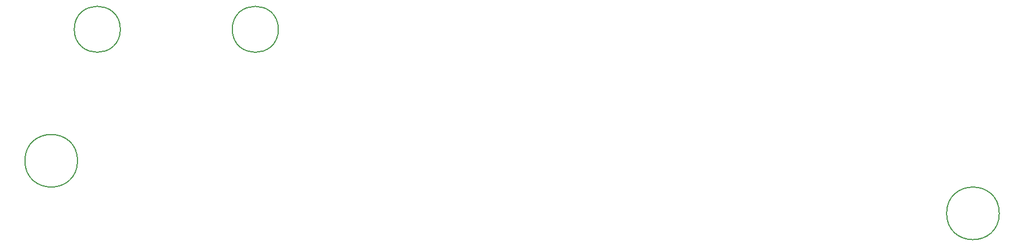
<source format=gbr>
%TF.GenerationSoftware,KiCad,Pcbnew,(6.0.6)*%
%TF.CreationDate,2022-06-30T18:10:47+10:00*%
%TF.ProjectId,modelh,6d6f6465-6c68-42e6-9b69-6361645f7063,v0.1*%
%TF.SameCoordinates,Original*%
%TF.FileFunction,Other,Comment*%
%FSLAX46Y46*%
G04 Gerber Fmt 4.6, Leading zero omitted, Abs format (unit mm)*
G04 Created by KiCad (PCBNEW (6.0.6)) date 2022-06-30 18:10:47*
%MOMM*%
%LPD*%
G01*
G04 APERTURE LIST*
%ADD10C,0.150000*%
G04 APERTURE END LIST*
D10*
%TO.C,REF\u002A\u002A*%
X213770000Y-79990000D02*
G75*
G03*
X213770000Y-79990000I-4000000J0D01*
G01*
X73770000Y-71990000D02*
G75*
G03*
X73770000Y-71990000I-4000000J0D01*
G01*
X104270000Y-51990000D02*
G75*
G03*
X104270000Y-51990000I-3500000J0D01*
G01*
X80270000Y-51990000D02*
G75*
G03*
X80270000Y-51990000I-3500000J0D01*
G01*
%TD*%
M02*

</source>
